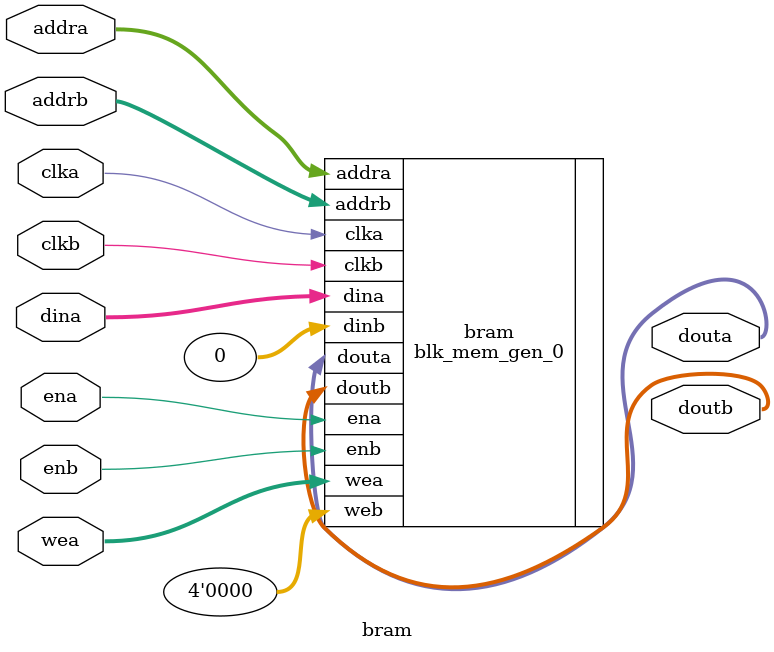
<source format=sv>
`timescale 1ns / 1ps


module bram(
    //axi read/write
    input  logic        clka,
    input  logic        ena,
    input  logic [3:0]  wea,     
    input  logic [10:0] addra,    
    input  logic [31:0] dina,
    output logic [31:0] douta,
    
    
    //color mapper    
    input  logic        clkb,
    input  logic        enb,
    input  logic [10:0] addrb,    
    output logic [31:0] doutb
    );


    
    //instantiate bram
blk_mem_gen_0 bram (
        .clka(clka),
        .ena(ena),
        .wea(wea),
        .addra(addra),
        .dina(dina), 
        .douta(douta),
        
        .clkb(clkb),
        .enb(enb),
        .web(4'b0000), //note: read only so set write signals to 0.
        .addrb(addrb),
        .dinb(32'h0),
        .doutb(doutb)
    );
endmodule


</source>
